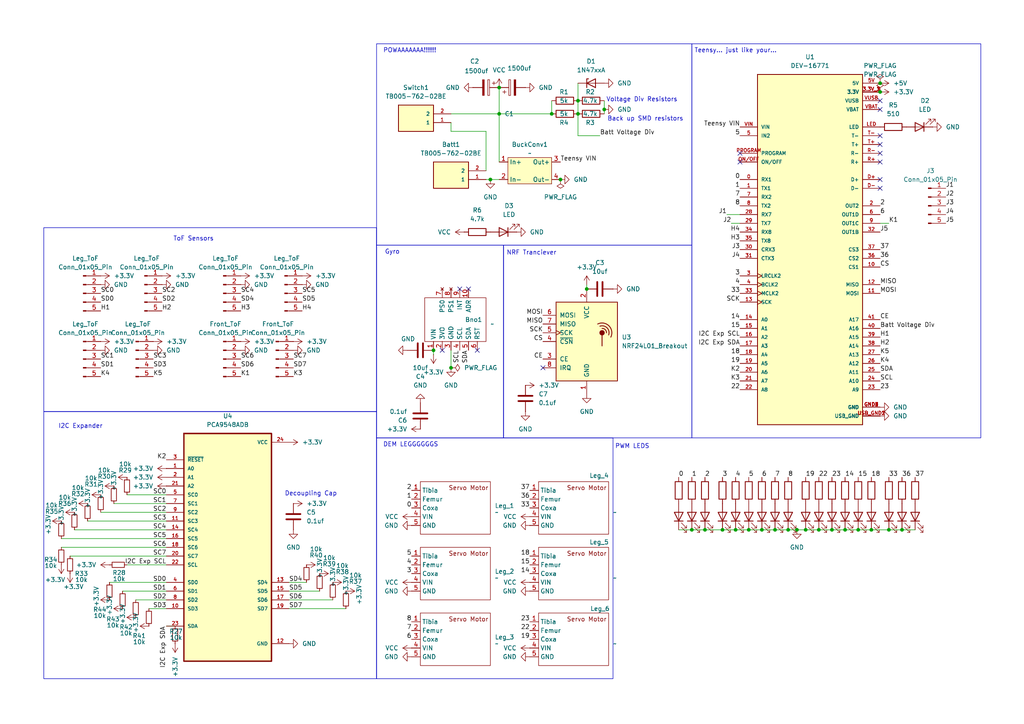
<source format=kicad_sch>
(kicad_sch (version 20250114) (generator "eeschema") (generator_version "9.0")
  (paper "A4")
  (rectangle (start 109.22 71.12) (end 146.05 127))
  (rectangle (start 146.05 71.12) (end 200.66 127))
  (rectangle (start 200.66 12.7) (end 284.48 127))
  (rectangle (start 109.22 12.7) (end 200.66 71.12))
  (rectangle (start 109.22 127) (end 177.8 196.85))
  (text "NRF Tranciever" (at 154.178 73.406 0) (effects (font (size 1.27 1.27))))
  (text "DEM LEGGGGGGS" (at 119.126 129.032 0) (effects (font (size 1.27 1.27))))
  (text "PWM LEDS" (at 183.388 129.54 0) (effects (font (size 1.27 1.27))))
  (text "Gyro" (at 113.792 73.152 0) (effects (font (size 1.27 1.27))))
  (text "Teensy... just like your..." (at 213.36 14.732 0) (effects (font (size 1.27 1.27))))
  (text "Voltage Div Resistors" (at 186.182 28.956 0) (effects (font (size 1.27 1.27))))
  (text "Decoupling Cap" (at 90.17 143.256 0) (effects (font (size 1.27 1.27))))
  (text "I2C Expander" (at 23.368 123.698 0) (effects (font (size 1.27 1.27))))
  (text "ToF Sensors" (at 56.134 69.342 0) (effects (font (size 1.27 1.27))))
  (text "Back up SMD resistors" (at 187.198 34.544 0) (effects (font (size 1.27 1.27))))
  (text "POWAAAAAAA!!!!!!" (at 118.872 14.732 0) (effects (font (size 1.27 1.27))))
  (text_box "" (at 12.7 66.04 0) (size 96.52 53.34) (margins 0.9525 0.9525 0.9525 0.9525) (effects (font (size 1.27 1.27)) (justify left top)))
  (text_box "" (at 12.7 119.38 0) (size 96.52 77.47) (margins 0.9525 0.9525 0.9525 0.9525) (effects (font (size 1.27 1.27)) (justify left top)))
  (junction (at 231.14 153.67))
  (junction (at 255.27 24.13))
  (junction (at 142.24 52.07))
  (junction (at 217.17 153.67))
  (junction (at 162.56 52.07))
  (junction (at 252.73 153.67))
  (junction (at 167.64 29.21))
  (junction (at 144.78 33.02))
  (junction (at 228.6 153.67))
  (junction (at 213.36 153.67))
  (junction (at 237.49 153.67))
  (junction (at 200.66 153.67))
  (junction (at 167.64 33.02))
  (junction (at 245.11 153.67))
  (junction (at 209.55 153.67))
  (junction (at 241.3 153.67))
  (junction (at 144.78 25.4))
  (junction (at 257.81 153.67))
  (junction (at 160.02 33.02))
  (junction (at 248.92 153.67))
  (junction (at 224.79 153.67))
  (junction (at 261.62 153.67))
  (junction (at 220.98 153.67))
  (junction (at 125.73 101.6))
  (junction (at 170.18 83.82))
  (junction (at 175.26 31.75))
  (junction (at 130.81 106.68))
  (junction (at 255.27 26.67))
  (junction (at 233.68 153.67))
  (junction (at 204.47 153.67))
  (no_connect (at 255.27 46.99))
  (no_connect (at 135.89 83.82))
  (no_connect (at 255.27 31.75))
  (no_connect (at 255.27 39.37))
  (no_connect (at 214.63 44.45))
  (no_connect (at 157.48 106.68))
  (no_connect (at 255.27 41.91))
  (no_connect (at 128.27 101.6))
  (no_connect (at 214.63 46.99))
  (no_connect (at 255.27 29.21))
  (no_connect (at 255.27 44.45))
  (no_connect (at 138.43 101.6))
  (no_connect (at 255.27 54.61))
  (no_connect (at 133.35 83.82))
  (no_connect (at 255.27 52.07))
  (wire (pts (xy 265.43 153.67) (xy 261.62 153.67)))
  (wire (pts (xy 144.78 33.02) (xy 144.78 46.99)))
  (wire (pts (xy 144.78 33.02) (xy 160.02 33.02)))
  (wire (pts (xy 233.68 153.67) (xy 231.14 153.67)))
  (wire (pts (xy 212.09 64.77) (xy 214.63 64.77)))
  (wire (pts (xy 17.78 156.21) (xy 48.26 156.21)))
  (wire (pts (xy 228.6 153.67) (xy 224.79 153.67)))
  (wire (pts (xy 167.64 29.21) (xy 167.64 33.02)))
  (wire (pts (xy 140.97 38.1) (xy 140.97 49.53)))
  (wire (pts (xy 36.83 143.51) (xy 48.26 143.51)))
  (wire (pts (xy 17.78 158.75) (xy 48.26 158.75)))
  (wire (pts (xy 170.18 82.55) (xy 170.18 83.82)))
  (wire (pts (xy 241.3 153.67) (xy 237.49 153.67)))
  (wire (pts (xy 142.24 52.07) (xy 144.78 52.07)))
  (wire (pts (xy 248.92 153.67) (xy 245.11 153.67)))
  (wire (pts (xy 213.36 153.67) (xy 209.55 153.67)))
  (wire (pts (xy 36.83 163.83) (xy 48.26 163.83)))
  (wire (pts (xy 29.21 148.59) (xy 48.26 148.59)))
  (wire (pts (xy 20.32 161.29) (xy 48.26 161.29)))
  (wire (pts (xy 209.55 153.67) (xy 204.47 153.67)))
  (wire (pts (xy 200.66 153.67) (xy 196.85 153.67)))
  (wire (pts (xy 252.73 153.67) (xy 248.92 153.67)))
  (wire (pts (xy 31.75 168.91) (xy 48.26 168.91)))
  (wire (pts (xy 261.62 153.67) (xy 257.81 153.67)))
  (wire (pts (xy 83.82 168.91) (xy 88.9 168.91)))
  (wire (pts (xy 175.26 31.75) (xy 175.26 33.02)))
  (wire (pts (xy 130.81 33.02) (xy 144.78 33.02)))
  (wire (pts (xy 125.73 102.87) (xy 125.73 101.6)))
  (wire (pts (xy 35.56 171.45) (xy 48.26 171.45)))
  (wire (pts (xy 245.11 153.67) (xy 241.3 153.67)))
  (wire (pts (xy 83.82 176.53) (xy 100.33 176.53)))
  (wire (pts (xy 33.02 146.05) (xy 48.26 146.05)))
  (wire (pts (xy 204.47 153.67) (xy 200.66 153.67)))
  (wire (pts (xy 21.59 153.67) (xy 48.26 153.67)))
  (wire (pts (xy 140.97 52.07) (xy 142.24 52.07)))
  (wire (pts (xy 210.82 62.23) (xy 214.63 62.23)))
  (wire (pts (xy 167.64 39.37) (xy 173.99 39.37)))
  (wire (pts (xy 220.98 153.67) (xy 217.17 153.67)))
  (wire (pts (xy 43.18 176.53) (xy 48.26 176.53)))
  (wire (pts (xy 167.64 33.02) (xy 167.64 39.37)))
  (wire (pts (xy 130.81 38.1) (xy 140.97 38.1)))
  (wire (pts (xy 83.82 171.45) (xy 92.71 171.45)))
  (wire (pts (xy 175.26 29.21) (xy 175.26 31.75)))
  (wire (pts (xy 257.81 64.77) (xy 255.27 64.77)))
  (wire (pts (xy 83.82 173.99) (xy 96.52 173.99)))
  (wire (pts (xy 50.8 181.61) (xy 48.26 181.61)))
  (wire (pts (xy 257.81 153.67) (xy 252.73 153.67)))
  (wire (pts (xy 130.81 106.68) (xy 130.81 101.6)))
  (wire (pts (xy 25.4 151.13) (xy 48.26 151.13)))
  (wire (pts (xy 144.78 25.4) (xy 144.78 33.02)))
  (wire (pts (xy 224.79 153.67) (xy 220.98 153.67)))
  (wire (pts (xy 160.02 29.21) (xy 160.02 33.02)))
  (wire (pts (xy 237.49 153.67) (xy 233.68 153.67)))
  (wire (pts (xy 231.14 153.67) (xy 228.6 153.67)))
  (wire (pts (xy 130.81 35.56) (xy 130.81 38.1)))
  (wire (pts (xy 39.37 173.99) (xy 48.26 173.99)))
  (wire (pts (xy 167.64 24.13) (xy 167.64 29.21)))
  (wire (pts (xy 217.17 153.67) (xy 213.36 153.67)))
  (label "SD6" (at 69.85 106.68 0))
  (label "6" (at 220.98 138.43 0))
  (label "K1" (at 257.81 64.77 0))
  (label "SD1" (at 48.26 171.45 180))
  (label "H4" (at 214.63 67.31 180))
  (label "36" (at 153.67 144.78 180))
  (label "K3" (at 214.63 110.49 180))
  (label "K4" (at 29.21 109.22 0))
  (label "J5" (at 274.32 64.77 0))
  (label "SC1" (at 29.21 104.14 0))
  (label "15" (at 214.63 95.25 180))
  (label "CS" (at 255.27 77.47 0))
  (label "J2" (at 212.09 64.77 180))
  (label "SC0" (at 48.26 143.51 180))
  (label "J2" (at 274.32 57.15 0))
  (label "Teensy VIN" (at 162.56 46.99 0))
  (label "1" (at 214.63 54.61 180))
  (label "SC5" (at 48.26 156.21 180))
  (label "SD5" (at 83.82 171.45 0))
  (label "14" (at 245.11 138.43 0))
  (label "SD4" (at 69.85 87.63 0))
  (label "SC7" (at 48.26 161.29 180))
  (label "5" (at 119.38 161.29 180))
  (label "J3" (at 214.63 72.39 180))
  (label "J4" (at 274.32 62.23 0))
  (label "CE" (at 255.27 92.71 0))
  (label "15" (at 153.67 163.83 180))
  (label "SD6" (at 83.82 173.99 0))
  (label "SD2" (at 48.26 173.99 180))
  (label "SC7" (at 85.09 104.14 0))
  (label "SC2" (at 48.26 148.59 180))
  (label "8" (at 119.38 180.34 180))
  (label "K5" (at 255.27 102.87 0))
  (label "SD7" (at 85.09 106.68 0))
  (label "J1" (at 274.32 54.61 0))
  (label "0" (at 119.38 147.32 180))
  (label "37" (at 255.27 72.39 0))
  (label "7" (at 224.79 138.43 0))
  (label "33" (at 214.63 85.09 180))
  (label "MOSI" (at 255.27 85.09 0))
  (label "22" (at 214.63 113.03 180))
  (label "SD3" (at 48.26 176.53 180))
  (label "MISO" (at 157.48 93.98 180))
  (label "J5" (at 255.27 67.31 0))
  (label "H2" (at 46.99 90.17 0))
  (label "3" (at 119.38 166.37 180))
  (label "4" (at 213.36 138.43 0))
  (label "H3" (at 214.63 69.85 180))
  (label "3" (at 209.55 138.43 0))
  (label "H1" (at 29.21 90.17 0))
  (label "18" (at 252.73 138.43 0))
  (label "18" (at 214.63 102.87 180))
  (label "SDA" (at 255.27 107.95 0))
  (label "H4" (at 87.63 90.17 0))
  (label "J1" (at 210.82 62.23 180))
  (label "19" (at 153.67 185.42 180))
  (label "Batt Voltage Div" (at 255.27 95.25 0))
  (label "CE" (at 157.48 104.14 180))
  (label "SC4" (at 69.85 85.09 0))
  (label "SC3" (at 44.45 104.14 0))
  (label "7" (at 214.63 57.15 180))
  (label "CS" (at 157.48 99.06 180))
  (label "SD4" (at 83.82 168.91 0))
  (label "36" (at 255.27 74.93 0))
  (label "0" (at 214.63 52.07 180))
  (label "8" (at 228.6 138.43 0))
  (label "14" (at 153.67 166.37 180))
  (label "SC4" (at 48.26 153.67 180))
  (label "2" (at 255.27 59.69 0))
  (label "H1" (at 255.27 97.79 0))
  (label "15" (at 248.92 138.43 0))
  (label "23" (at 241.3 138.43 0))
  (label "J3" (at 274.32 59.69 0))
  (label "2" (at 119.38 142.24 180))
  (label "SCL" (at 133.35 101.6 270))
  (label "SDA" (at 135.89 101.6 270))
  (label "SC3" (at 48.26 151.13 180))
  (label "SD5" (at 87.63 87.63 0))
  (label "K1" (at 69.85 109.22 0))
  (label "5" (at 217.17 138.43 0))
  (label "7" (at 119.38 182.88 180))
  (label "SC1" (at 48.26 146.05 180))
  (label "SCK" (at 214.63 87.63 180))
  (label "36" (at 261.62 138.43 0))
  (label "SD1" (at 29.21 106.68 0))
  (label "4" (at 119.38 163.83 180))
  (label "SC6" (at 48.26 158.75 180))
  (label "I2C Exp SCL" (at 214.63 97.79 180))
  (label "0" (at 196.85 138.43 0))
  (label "MISO" (at 255.27 82.55 0))
  (label "8" (at 214.63 59.69 180))
  (label "SC2" (at 46.99 85.09 0))
  (label "22" (at 153.67 182.88 180))
  (label "3" (at 214.63 80.01 180))
  (label "6" (at 119.38 185.42 180))
  (label "5" (at 214.63 39.37 180))
  (label "SD7" (at 83.82 176.53 0))
  (label "I2C Exp SDA" (at 214.63 100.33 180))
  (label "37" (at 265.43 138.43 0))
  (label "MOSI" (at 157.48 91.44 180))
  (label "I2C Exp SCL" (at 48.26 163.83 180))
  (label "K4" (at 255.27 105.41 0))
  (label "SC0" (at 29.21 85.09 0))
  (label "K2" (at 48.26 133.35 180))
  (label "Batt Voltage Div" (at 173.99 39.37 0))
  (label "37" (at 153.67 142.24 180))
  (label "33" (at 257.81 138.43 0))
  (label "33" (at 153.67 147.32 180))
  (label "SCK" (at 157.48 96.52 180))
  (label "22" (at 237.49 138.43 0))
  (label "H2" (at 255.27 100.33 0))
  (label "SC5" (at 87.63 85.09 0))
  (label "SCL" (at 255.27 110.49 0))
  (label "1" (at 119.38 144.78 180))
  (label "2" (at 204.47 138.43 0))
  (label "SD3" (at 44.45 106.68 0))
  (label "1" (at 200.66 138.43 0))
  (label "K3" (at 85.09 109.22 0))
  (label "19" (at 233.68 138.43 0))
  (label "23" (at 153.67 180.34 180))
  (label "SD0" (at 29.21 87.63 0))
  (label "H3" (at 69.85 90.17 0))
  (label "SD0" (at 48.26 168.91 180))
  (label "23" (at 255.27 113.03 0))
  (label "18" (at 153.67 161.29 180))
  (label "I2C Exp SDA" (at 48.26 181.61 270))
  (label "K2" (at 214.63 107.95 180))
  (label "14" (at 214.63 92.71 180))
  (label "Teensy VIN" (at 214.63 36.83 180))
  (label "19" (at 214.63 105.41 180))
  (label "6" (at 255.27 62.23 0))
  (label "SD2" (at 46.99 87.63 0))
  (label "J4" (at 214.63 74.93 180))
  (label "4" (at 214.63 82.55 180))
  (label "SC6" (at 69.85 104.14 0))
  (label "K5" (at 44.45 109.22 0))
  (symbol (lib_id "power:+3.3V") (at 48.26 138.43 90) (unit 1)
    (property "Reference" "#PWR056" (effects (hide yes)))
    (property "Value" "+3.3V" (at 44.45 138.4299 90) (effects (justify left)))
    (property "Description" "Power symbol creates a global label with name \"+3.3V\"" (effects (hide yes)))
  )
  (symbol (lib_id "power:+3.3V") (at 17.78 151.13 90) (unit 1)
    (property "Reference" "#PWR066" (effects (hide yes)))
    (property "Value" "+3.3V" (at 13.97 152.146 0))
    (property "Description" "Power symbol creates a global label with name \"+3.3V\"" (effects (hide yes)))
  )
  (symbol (lib_id "power:GND") (at 231.14 153.67 0) (unit 1)
    (property "Reference" "#PWR033" (effects (hide yes)))
    (property "Value" "GND" (at 231.14 158.75 0))
    (property "Description" "Power symbol creates a global label with name \"GND\" , ground" (effects (hide yes)))
  )
  (symbol (lib_id "power:GND") (at 170.18 114.3 0) (unit 1)
    (property "Reference" "#PWR09" (effects (hide yes)))
    (property "Value" "GND" (at 170.18 119.38 0))
    (property "Description" "Power symbol creates a global label with name \"GND\" , ground" (effects (hide yes)))
  )
  (symbol (lib_id "Device:R_Small") (at 25.4 148.59 0) (unit 1)
    (property "Reference" "R32" (at 22.606 143.256 0))
    (property "Value" "10k" (at 22.606 141.478 0))
    (property "Footprint" "Resistor_SMD:R_0805_2012Metric_Pad1.20x1.40mm_HandSolder" (effects (hide yes)))
    (property "Description" "Resistor, small symbol" (effects (hide yes)))
  )
  (symbol (lib_id "Device:C") (at 173.99 83.82 90) (unit 1)
    (property "Reference" "C3" (at 173.99 76.2 90))
    (property "Value" "10uf" (at 173.99 78.74 90))
    (property "Footprint" "Capacitor_SMD:C_0805_2012Metric_Pad1.18x1.45mm_HandSolder" (effects (hide yes)))
    (property "Description" "Unpolarized capacitor" (effects (hide yes)))
  )
  (symbol (lib_id "Device:LED") (at 228.6 149.86 90) (unit 1)
    (property "Reference" "D13" (effects (hide yes)))
    (property "Value" "LED" (effects (hide yes)))
    (property "Footprint" "LED_SMD:LED_0805_2012Metric_Pad1.15x1.40mm_HandSolder" (effects (hide yes)))
    (property "Description" "Light emitting diode" (effects (hide yes)))
    (property "Sim.Pins" "1=K 2=A" (effects (hide yes)))
  )
  (symbol (lib_id "Device:R") (at 228.6 142.24 180) (unit 1)
    (property "Reference" "R16" (effects (hide yes)))
    (property "Value" "510" (effects (hide yes)))
    (property "Footprint" "Resistor_SMD:R_0805_2012Metric_Pad1.20x1.40mm_HandSolder" (effects (hide yes)))
    (property "Description" "Resistor" (effects (hide yes)))
  )
  (symbol (lib_id "power:PWR_FLAG") (at 130.81 106.68 270) (unit 1)
    (property "Reference" "#FLG02" (effects (hide yes)))
    (property "Value" "PWR_FLAG" (at 134.62 106.6799 90) (effects (justify left)))
    (property "Description" "Special symbol for telling ERC where power comes from" (effects (hide yes)))
  )
  (symbol (lib_id "power:+3.3V") (at 100.33 171.45 270) (mirror x) (unit 1)
    (property "Reference" "#PWR068" (effects (hide yes)))
    (property "Value" "+3.3V" (at 104.14 172.466 0))
    (property "Description" "Power symbol creates a global label with name \"+3.3V\"" (effects (hide yes)))
  )
  (symbol (lib_id "power:GND") (at 177.8 83.82 90) (unit 1)
    (property "Reference" "#PWR020" (effects (hide yes)))
    (property "Value" "GND" (at 181.61 83.8199 90) (effects (justify right)))
    (property "Description" "Power symbol creates a global label with name \"GND\" , ground" (effects (hide yes)))
  )
  (symbol (lib_id "Device:R") (at 171.45 33.02 90) (unit 1)
    (property "Reference" "R3" (at 171.196 35.56 90))
    (property "Value" "4.7k" (at 171.196 33.02 90))
    (property "Footprint" "Resistor_SMD:R_0805_2012Metric_Pad1.20x1.40mm_HandSolder" (effects (hide yes)))
    (property "Description" "Resistor" (effects (hide yes)))
  )
  (symbol (lib_id "Device:R") (at 220.98 142.24 180) (unit 1)
    (property "Reference" "R18" (effects (hide yes)))
    (property "Value" "510" (effects (hide yes)))
    (property "Footprint" "Resistor_SMD:R_0805_2012Metric_Pad1.20x1.40mm_HandSolder" (effects (hide yes)))
    (property "Description" "Resistor" (effects (hide yes)))
  )
  (symbol (lib_id "TB005-762-02BE:TB005-762-02BE") (at 130.81 49.53 180) (unit 1)
    (property "Reference" "Batt1" (at 130.81 41.91 0))
    (property "Value" "TB005-762-02BE" (at 130.81 44.45 0))
    (property "Footprint" "Terminal 2 Pin:CUI_TB005-762-02BE" (effects (hide yes)))
    (property "MF" "Same Sky" (effects (hide yes)))
    (property "Description_1" "2~24 Poles, Screw Type, Horizontal, 7.62 Pitch, 26~10 (AWG), Terminal Block Connector" (effects (hide yes)))
    (property "Package" "None" (effects (hide yes)))
    (property "Price" "None" (effects (hide yes)))
    (property "Check_prices" "https://www.snapeda.com/parts/TB005-762-02BE/Same+Sky/view-part/?ref=eda" (effects (hide yes)))
    (property "STANDARD" "Manufacturer Recommendations" (effects (hide yes)))
    (property "SnapEDA_Link" "https://www.snapeda.com/parts/TB005-762-02BE/Same+Sky/view-part/?ref=snap" (effects (hide yes)))
    (property "MP" "TB005-762-02BE" (effects (hide yes)))
    (property "Availability" "In Stock" (effects (hide yes)))
    (property "MANUFACTURER" "CUI" (effects (hide yes)))
  )
  (symbol (lib_id "DEV-16771:DEV-16771") (at 234.95 72.39 0) (unit 1)
    (property "Reference" "U1" (at 234.95 16.51 0))
    (property "Value" "DEV-16771" (at 234.95 19.05 0))
    (property "Footprint" "TEENSY 4.1:MODULE_DEV-16771" (effects (hide yes)))
    (property "MF" "SparkFun Electronics" (effects (hide yes)))
    (property "MAXIMUM_PACKAGE_HEIGHT" "4.07mm" (effects (hide yes)))
    (property "Package" "None" (effects (hide yes)))
    (property "Price" "None" (effects (hide yes)))
    (property "Check_prices" "https://www.snapeda.com/parts/DEV-16771/SparkFun/view-part/?ref=eda" (effects (hide yes)))
    (property "STANDARD" "Manufacturer recommendations" (effects (hide yes)))
    (property "PARTREV" "4.1" (effects (hide yes)))
    (property "SnapEDA_Link" "https://www.snapeda.com/parts/DEV-16771/SparkFun/view-part/?ref=snap" (effects (hide yes)))
    (property "MP" "DEV-16771" (effects (hide yes)))
    (property "Description_1" "RT1062 Teensy 4.1 series ARM® Cortex®-M7 MPU Embedded Evaluation Board" (effects (hide yes)))
    (property "Availability" "In Stock" (effects (hide yes)))
    (property "MANUFACTURER" "SparkFun Electronics" (effects (hide yes)))
  )
  (symbol (lib_id "power:GND") (at 69.85 101.6 90) (unit 1)
    (property "Reference" "#PWR038" (effects (hide yes)))
    (property "Value" "GND" (at 73.66 101.5999 90) (effects (justify right)))
    (property "Description" "Power symbol creates a global label with name \"GND\" , ground" (effects (hide yes)))
  )
  (symbol (lib_id "power:GND") (at 152.4 25.4 90) (unit 1)
    (property "Reference" "#PWR018" (effects (hide yes)))
    (property "Value" "GND" (at 156.21 25.4001 90) (effects (justify right)))
    (property "Description" "Power symbol creates a global label with name \"GND\" , ground" (effects (hide yes)))
  )
  (symbol (lib_id "power:GND") (at 44.45 101.6 90) (unit 1)
    (property "Reference" "#PWR054" (effects (hide yes)))
    (property "Value" "GND" (at 48.26 101.5999 90) (effects (justify right)))
    (property "Description" "Power symbol creates a global label with name \"GND\" , ground" (effects (hide yes)))
  )
  (symbol (lib_id "power:GND") (at 85.09 153.67 0) (unit 1)
    (property "Reference" "#PWR042" (effects (hide yes)))
    (property "Value" "GND" (at 85.09 158.75 0))
    (property "Description" "Power symbol creates a global label with name \"GND\" , ground" (effects (hide yes)))
  )
  (symbol (lib_id "power:PWR_FLAG") (at 162.56 52.07 180) (unit 1)
    (property "Reference" "#FLG01" (effects (hide yes)))
    (property "Value" "PWR_FLAG" (at 162.56 57.15 0))
    (property "Description" "Special symbol for telling ERC where power comes from" (effects (hide yes)))
  )
  (symbol (lib_id "power:+3.3V") (at 48.26 135.89 90) (unit 1)
    (property "Reference" "#PWR041" (effects (hide yes)))
    (property "Value" "+3.3V" (at 44.45 135.8899 90) (effects (justify left)))
    (property "Description" "Power symbol creates a global label with name \"+3.3V\"" (effects (hide yes)))
  )
  (symbol (lib_id "Device:R") (at 217.17 142.24 180) (unit 1)
    (property "Reference" "R19" (effects (hide yes)))
    (property "Value" "510" (effects (hide yes)))
    (property "Footprint" "Resistor_SMD:R_0805_2012Metric_Pad1.20x1.40mm_HandSolder" (effects (hide yes)))
    (property "Description" "Resistor" (effects (hide yes)))
  )
  (symbol (lib_id "Device:R_Small") (at 17.78 153.67 0) (unit 1)
    (property "Reference" "R35" (at 14.986 148.336 0))
    (property "Value" "10k" (at 14.986 146.558 0))
    (property "Footprint" "Resistor_SMD:R_0805_2012Metric_Pad1.20x1.40mm_HandSolder" (effects (hide yes)))
    (property "Description" "Resistor, small symbol" (effects (hide yes)))
  )
  (symbol (lib_id "Device:R") (at 265.43 142.24 180) (unit 1)
    (property "Reference" "R7" (effects (hide yes)))
    (property "Value" "510" (effects (hide yes)))
    (property "Footprint" "Resistor_SMD:R_0805_2012Metric_Pad1.20x1.40mm_HandSolder" (effects (hide yes)))
    (property "Description" "Resistor" (effects (hide yes)))
  )
  (symbol (lib_id "Device:R_Small") (at 35.56 173.99 0) (mirror x) (unit 1)
    (property "Reference" "R43" (at 32.766 179.578 0))
    (property "Value" "10k" (at 32.766 181.356 0))
    (property "Footprint" "Resistor_SMD:R_0805_2012Metric_Pad1.20x1.40mm_HandSolder" (effects (hide yes)))
    (property "Description" "Resistor, small symbol" (effects (hide yes)))
  )
  (symbol (lib_id "Device:C_Polarized") (at 140.97 25.4 270) (unit 1)
    (property "Reference" "C2" (at 137.668 17.78 90))
    (property "Value" "1500uf" (at 138.176 20.574 90))
    (property "Footprint" "Capacitor_THT:CP_Radial_D10.0mm_P5.00mm" (effects (hide yes)))
    (property "Description" "Polarized capacitor" (effects (hide yes)))
  )
  (symbol (lib_id "power:+3.3V") (at 92.71 166.37 270) (mirror x) (unit 1)
    (property "Reference" "#PWR070" (effects (hide yes)))
    (property "Value" "+3.3V" (at 96.52 167.386 0))
    (property "Description" "Power symbol creates a global label with name \"+3.3V\"" (effects (hide yes)))
  )
  (symbol (lib_id "Device:LED") (at 196.85 149.86 90) (unit 1)
    (property "Reference" "D21" (effects (hide yes)))
    (property "Value" "LED" (effects (hide yes)))
    (property "Footprint" "LED_SMD:LED_0805_2012Metric_Pad1.15x1.40mm_HandSolder" (effects (hide yes)))
    (property "Description" "Light emitting diode" (effects (hide yes)))
    (property "Sim.Pins" "1=K 2=A" (effects (hide yes)))
  )
  (symbol (lib_id "power:VCC") (at 153.67 149.86 90) (unit 1)
    (property "Reference" "#PWR025" (effects (hide yes)))
    (property "Value" "VCC" (at 149.86 149.8599 90) (effects (justify left)))
    (property "Description" "Power symbol creates a global label with name \"VCC\"" (effects (hide yes)))
  )
  (symbol (lib_id "power:+3.3V") (at 33.02 140.97 90) (unit 1)
    (property "Reference" "#PWR061" (effects (hide yes)))
    (property "Value" "+3.3V" (at 29.21 141.986 0))
    (property "Description" "Power symbol creates a global label with name \"+3.3V\"" (effects (hide yes)))
  )
  (symbol (lib_id "power:GND") (at 83.82 186.69 90) (unit 1)
    (property "Reference" "#PWR034" (effects (hide yes)))
    (property "Value" "GND" (at 87.63 186.6899 90) (effects (justify right)))
    (property "Description" "Power symbol creates a global label with name \"GND\" , ground" (effects (hide yes)))
  )
  (symbol (lib_id "Motor:Leg_servo") (at 132.08 147.32 0) (unit 1)
    (property "Reference" "Leg_1" (at 143.51 146.6849 0) (effects (justify left)))
    (property "Value" "~" (at 143.51 148.59 0) (effects (justify left)))
    (property "Footprint" "Motors:Leg_Servo" (effects (hide yes)))
  )
  (symbol (lib_id "815:Bno055") (at 132.08 92.71 0) (unit 1)
    (property "Reference" "Bno1" (at 134.874 92.71 0) (effects (justify left)))
    (property "Value" "~" (at 142.24 93.98 0) (effects (justify left)))
    (property "Footprint" "815:BNO055" (effects (hide yes)))
  )
  (symbol (lib_id "power:GND") (at 175.26 24.13 90) (unit 1)
    (property "Reference" "#PWR029" (effects (hide yes)))
    (property "Value" "GND" (at 179.07 24.1299 90) (effects (justify right)))
    (property "Description" "Power symbol creates a global label with name \"GND\" , ground" (effects (hide yes)))
  )
  (symbol (lib_id "power:VCC") (at 119.38 149.86 90) (unit 1)
    (property "Reference" "#PWR022" (effects (hide yes)))
    (property "Value" "VCC" (at 115.57 149.8599 90) (effects (justify left)))
    (property "Description" "Power symbol creates a global label with name \"VCC\"" (effects (hide yes)))
  )
  (symbol (lib_id "Device:R_Small") (at 17.78 161.29 180) (unit 1)
    (property "Reference" "R34" (at 14.732 162.306 0))
    (property "Value" "10k" (at 14.732 164.084 0))
    (property "Footprint" "Resistor_SMD:R_0805_2012Metric_Pad1.20x1.40mm_HandSolder" (effects (hide yes)))
    (property "Description" "Resistor, small symbol" (effects (hide yes)))
  )
  (symbol (lib_id "power:+3.3V") (at 43.18 181.61 90) (mirror x) (unit 1)
    (property "Reference" "#PWR072" (effects (hide yes)))
    (property "Value" "+3.3V" (at 39.37 180.594 0))
    (property "Description" "Power symbol creates a global label with name \"+3.3V\"" (effects (hide yes)))
  )
  (symbol (lib_id "power:GND") (at 118.11 101.6 270) (unit 1)
    (property "Reference" "#PWR021" (effects (hide yes)))
    (property "Value" "GND" (at 120.396 98.298 90) (effects (justify right)))
    (property "Description" "Power symbol creates a global label with name \"GND\" , ground" (effects (hide yes)))
  )
  (symbol (lib_id "Diode:1N47xxA") (at 171.45 24.13 0) (unit 1)
    (property "Reference" "D1" (at 171.45 17.78 0))
    (property "Value" "1N47xxA" (at 171.45 20.32 0))
    (property "Footprint" "Diode_THT:D_DO-41_SOD81_P10.16mm_Horizontal" (effects (hide yes)))
    (property "Datasheet" "https://www.vishay.com/docs/85816/1n4728a.pdf" (effects (hide yes)))
    (property "Description" "1300mW Silicon planar power Zener diodes, DO-41" (effects (hide yes)))
  )
  (symbol (lib_id "Buck Converter 5v MP1584EN:Buck_Converter_5v_MP1584EN") (at 153.67 54.61 0) (unit 1)
    (property "Reference" "BuckConv1" (at 153.67 41.91 0))
    (property "Value" "~" (at 153.67 44.45 0))
    (property "Footprint" "Buck Converter 5V MP1584EN:Buck Converter 5V MP1584EN" (effects (hide yes)))
  )
  (symbol (lib_id "Device:R_Small") (at 50.8 184.15 0) (unit 1)
    (property "Reference" "R27" (at 51.054 183.134 0))
    (property "Value" "10k" (at 51.054 184.912 0))
    (property "Footprint" "Resistor_SMD:R_0805_2012Metric_Pad1.20x1.40mm_HandSolder" (effects (hide yes)))
    (property "Description" "Resistor, small symbol" (effects (hide yes)))
  )
  (symbol (lib_id "power:GND") (at 255.27 118.11 90) (unit 1)
    (property "Reference" "#PWR010" (effects (hide yes)))
    (property "Value" "GND" (at 259.08 118.1099 90) (effects (justify right)))
    (property "Description" "Power symbol creates a global label with name \"GND\" , ground" (effects (hide yes)))
  )
  (symbol (lib_id "Device:LED") (at 200.66 149.86 90) (unit 1)
    (property "Reference" "D20" (effects (hide yes)))
    (property "Value" "LED" (effects (hide yes)))
    (property "Footprint" "LED_SMD:LED_0805_2012Metric_Pad1.15x1.40mm_HandSolder" (effects (hide yes)))
    (property "Description" "Light emitting diode" (effects (hide yes)))
    (property "Sim.Pins" "1=K 2=A" (effects (hide yes)))
  )
  (symbol (lib_id "power:+3.3V") (at 96.52 168.91 270) (mirror x) (unit 1)
    (property "Reference" "#PWR069" (effects (hide yes)))
    (property "Value" "+3.3V" (at 100.33 169.926 0))
    (property "Description" "Power symbol creates a global label with name \"+3.3V\"" (effects (hide yes)))
  )
  (symbol (lib_id "power:GND") (at 121.92 116.84 180) (unit 1)
    (property "Reference" "#PWR045" (effects (hide yes)))
    (property "Value" "GND" (at 121.92 111.76 0))
    (property "Description" "Power symbol creates a global label with name \"GND\" , ground" (effects (hide yes)))
  )
  (symbol (lib_id "Device:R_Small") (at 100.33 173.99 0) (mirror y) (unit 1)
    (property "Reference" "R37" (at 103.124 168.656 0))
    (property "Value" "10k" (at 103.124 166.878 0))
    (property "Footprint" "Resistor_SMD:R_0805_2012Metric_Pad1.20x1.40mm_HandSolder" (effects (hide yes)))
    (property "Description" "Resistor, small symbol" (effects (hide yes)))
  )
  (symbol (lib_id "power:+3.3V") (at 25.4 146.05 90) (unit 1)
    (property "Reference" "#PWR063" (effects (hide yes)))
    (property "Value" "+3.3V" (at 21.59 147.066 0))
    (property "Description" "Power symbol creates a global label with name \"+3.3V\"" (effects (hide yes)))
  )
  (symbol (lib_id "power:PWR_FLAG") (at 255.27 24.13 0) (unit 1)
    (property "Reference" "#FLG03" (effects (hide yes)))
    (property "Value" "PWR_FLAG" (at 255.27 19.05 0))
    (property "Description" "Special symbol for telling ERC where power comes from" (effects (hide yes)))
  )
  (symbol (lib_id "Motor:Leg_servo") (at 166.37 185.42 0) (unit 1)
    (property "Reference" "Leg_6" (at 171.196 176.53 0) (effects (justify left)))
    (property "Value" "~" (at 177.8 186.69 0) (effects (justify left)))
    (property "Footprint" "Motors:Leg_Servo" (effects (hide yes)))
  )
  (symbol (lib_id "Device:R") (at 163.83 33.02 90) (unit 1)
    (property "Reference" "R4" (at 163.576 35.56 90))
    (property "Value" "5k" (at 163.576 33.02 90))
    (property "Footprint" "Resistor_SMD:R_0805_2012Metric_Pad1.20x1.40mm_HandSolder" (effects (hide yes)))
    (property "Description" "Resistor" (effects (hide yes)))
  )
  (symbol (lib_id "Device:LED") (at 217.17 149.86 90) (unit 1)
    (property "Reference" "D16" (effects (hide yes)))
    (property "Value" "LED" (effects (hide yes)))
    (property "Footprint" "LED_SMD:LED_0805_2012Metric_Pad1.15x1.40mm_HandSolder" (effects (hide yes)))
    (property "Description" "Light emitting diode" (effects (hide yes)))
    (property "Sim.Pins" "1=K 2=A" (effects (hide yes)))
  )
  (symbol (lib_id "Connector:Conn_01x05_Pin") (at 269.24 59.69 0) (unit 1)
    (property "Reference" "J3" (at 269.875 49.53 0))
    (property "Value" "Conn_01x05_Pin" (at 269.875 52.07 0))
    (property "Footprint" "Connector_PinHeader_2.54mm:PinHeader_1x05_P2.54mm_Vertical" (effects (hide yes)))
    (property "Description" "Generic connector, single row, 01x05, script generated" (effects (hide yes)))
  )
  (symbol (lib_id "Device:LED") (at 261.62 149.86 90) (unit 1)
    (property "Reference" "D5" (effects (hide yes)))
    (property "Value" "LED" (effects (hide yes)))
    (property "Footprint" "LED_SMD:LED_0805_2012Metric_Pad1.15x1.40mm_HandSolder" (effects (hide yes)))
    (property "Description" "Light emitting diode" (effects (hide yes)))
    (property "Sim.Pins" "1=K 2=A" (effects (hide yes)))
  )
  (symbol (lib_id "Device:LED") (at 209.55 149.86 90) (unit 1)
    (property "Reference" "D18" (effects (hide yes)))
    (property "Value" "LED" (effects (hide yes)))
    (property "Footprint" "LED_SMD:LED_0805_2012Metric_Pad1.15x1.40mm_HandSolder" (effects (hide yes)))
    (property "Description" "Light emitting diode" (effects (hide yes)))
    (property "Sim.Pins" "1=K 2=A" (effects (hide yes)))
  )
  (symbol (lib_id "RF:NRF24L01_Breakout") (at 170.18 99.06 0) (unit 1)
    (property "Reference" "U3" (at 180.34 97.7899 0) (effects (justify left)))
    (property "Value" "NRF24L01_Breakout" (at 180.34 100.3299 0) (effects (justify left)))
    (property "Footprint" "RF_Module:nRF24L01_Breakout" (effects (hide yes)))
    (property "Datasheet" "http://www.nordicsemi.com/eng/content/download/2730/34105/file/nRF24L01_Product_Specification_v2_0.pdf" (effects (hide yes)))
    (property "Description" "Ultra low power 2.4GHz RF Transceiver, Carrier PCB" (effects (hide yes)))
  )
  (symbol (lib_id "Device:R_Small") (at 33.02 143.51 0) (unit 1)
    (property "Reference" "R30" (at 30.226 138.176 0))
    (property "Value" "10k" (at 30.226 136.398 0))
    (property "Footprint" "Resistor_SMD:R_0805_2012Metric_Pad1.20x1.40mm_HandSolder" (effects (hide yes)))
    (property "Description" "Resistor, small symbol" (effects (hide yes)))
  )
  (symbol (lib_id "power:GND") (at 142.24 52.07 0) (unit 1)
    (property "Reference" "#PWR012" (effects (hide yes)))
    (property "Value" "GND" (at 142.24 57.15 0))
    (property "Description" "Power symbol creates a global label with name \"GND\" , ground" (effects (hide yes)))
  )
  (symbol (lib_id "power:VCC") (at 144.78 25.4 0) (unit 1)
    (property "Reference" "#PWR019" (effects (hide yes)))
    (property "Value" "VCC" (at 144.78 20.32 0))
    (property "Description" "Power symbol creates a global label with name \"VCC\"" (effects (hide yes)))
  )
  (symbol (lib_id "power:+3.3V") (at 29.21 99.06 270) (unit 1)
    (property "Reference" "#PWR051" (effects (hide yes)))
    (property "Value" "+3.3V" (at 33.02 99.0599 90) (effects (justify left)))
    (property "Description" "Power symbol creates a global label with name \"+3.3V\"" (effects (hide yes)))
  )
  (symbol (lib_id "Connector:Conn_01x05_Pin") (at 64.77 85.09 0) (unit 1)
    (property "Reference" "Leg_ToF" (at 65.405 74.93 0))
    (property "Value" "Conn_01x05_Pin" (at 65.405 77.47 0))
    (property "Footprint" "Connector_PinHeader_2.54mm:PinHeader_1x05_P2.54mm_Vertical" (effects (hide yes)))
    (property "Description" "Generic connector, single row, 01x05, script generated" (effects (hide yes)))
  )
  (symbol (lib_id "power:GND") (at 85.09 101.6 90) (unit 1)
    (property "Reference" "#PWR076" (effects (hide yes)))
    (property "Value" "GND" (at 88.9 101.5999 90) (effects (justify right)))
    (property "Description" "Power symbol creates a global label with name \"GND\" , ground" (effects (hide yes)))
  )
  (symbol (lib_id "power:GND") (at 162.56 52.07 90) (unit 1)
    (property "Reference" "#PWR07" (effects (hide yes)))
    (property "Value" "GND" (at 166.37 52.0699 90) (effects (justify right)))
    (property "Description" "Power symbol creates a global label with name \"GND\" , ground" (effects (hide yes)))
  )
  (symbol (lib_id "Device:R") (at 138.43 67.31 270) (unit 1)
    (property "Reference" "R6" (at 138.43 60.96 90))
    (property "Value" "4.7k" (at 138.43 63.5 90))
    (property "Footprint" "Resistor_THT:R_Axial_DIN0207_L6.3mm_D2.5mm_P10.16mm_Horizontal" (effects (hide yes)))
    (property "Description" "Resistor" (effects (hide yes)))
  )
  (symbol (lib_id "Device:R") (at 237.49 142.24 180) (unit 1)
    (property "Reference" "R14" (effects (hide yes)))
    (property "Value" "510" (effects (hide yes)))
    (property "Footprint" "Resistor_SMD:R_0805_2012Metric_Pad1.20x1.40mm_HandSolder" (effects (hide yes)))
    (property "Description" "Resistor" (effects (hide yes)))
  )
  (symbol (lib_id "Device:R_Small") (at 29.21 146.05 0) (unit 1)
    (property "Reference" "R31" (at 26.416 140.462 0))
    (property "Value" "10k" (at 26.416 138.684 0))
    (property "Footprint" "Resistor_SMD:R_0805_2012Metric_Pad1.20x1.40mm_HandSolder" (effects (hide yes)))
    (property "Description" "Resistor, small symbol" (effects (hide yes)))
  )
  (symbol (lib_id "power:GND") (at 29.21 82.55 90) (unit 1)
    (property "Reference" "#PWR052" (effects (hide yes)))
    (property "Value" "GND" (at 33.02 82.5499 90) (effects (justify right)))
    (property "Description" "Power symbol creates a global label with name \"GND\" , ground" (effects (hide yes)))
  )
  (symbol (lib_id "power:+3.3V") (at 20.32 166.37 180) (unit 1)
    (property "Reference" "#PWR064" (effects (hide yes)))
    (property "Value" "+3.3V" (at 21.336 170.18 0))
    (property "Description" "Power symbol creates a global label with name \"+3.3V\"" (effects (hide yes)))
  )
  (symbol (lib_id "Device:R_Small") (at 39.37 176.53 0) (mirror x) (unit 1)
    (property "Reference" "R42" (at 36.576 181.864 0))
    (property "Value" "10k" (at 36.576 183.642 0))
    (property "Footprint" "Resistor_SMD:R_0805_2012Metric_Pad1.20x1.40mm_HandSolder" (effects (hide yes)))
    (property "Description" "Resistor, small symbol" (effects (hide yes)))
  )
  (symbol (lib_id "Device:R") (at 257.81 142.24 180) (unit 1)
    (property "Reference" "R9" (effects (hide yes)))
    (property "Value" "510" (effects (hide yes)))
    (property "Footprint" "Resistor_SMD:R_0805_2012Metric_Pad1.20x1.40mm_HandSolder" (effects (hide yes)))
    (property "Description" "Resistor" (effects (hide yes)))
  )
  (symbol (lib_id "power:GND") (at 175.26 31.75 90) (unit 1)
    (property "Reference" "#PWR028" (effects (hide yes)))
    (property "Value" "GND" (at 179.07 31.7499 90) (effects (justify right)))
    (property "Description" "Power symbol creates a global label with name \"GND\" , ground" (effects (hide yes)))
  )
  (symbol (lib_id "Device:R") (at 252.73 142.24 180) (unit 1)
    (property "Reference" "R10" (effects (hide yes)))
    (property "Value" "510" (effects (hide yes)))
    (property "Footprint" "Resistor_SMD:R_0805_2012Metric_Pad1.20x1.40mm_HandSolder" (effects (hide yes)))
    (property "Description" "Resistor" (effects (hide yes)))
  )
  (symbol (lib_id "Device:C") (at 152.4 115.57 0) (unit 1)
    (property "Reference" "C7" (at 156.21 114.2999 0) (effects (justify left)))
    (property "Value" "0.1uf" (at 156.21 116.8399 0) (effects (justify left)))
    (property "Footprint" "Capacitor_SMD:C_0603_1608Metric_Pad1.08x0.95mm_HandSolder" (effects (hide yes)))
    (property "Description" "Unpolarized capacitor" (effects (hide yes)))
  )
  (symbol (lib_id "power:+3.3V") (at 48.26 140.97 90) (unit 1)
    (property "Reference" "#PWR057" (effects (hide yes)))
    (property "Value" "+3.3V" (at 44.45 140.9699 90) (effects (justify left)))
    (property "Description" "Power symbol creates a global label with name \"+3.3V\"" (effects (hide yes)))
  )
  (symbol (lib_id "power:+3.3V") (at 35.56 176.53 90) (mirror x) (unit 1)
    (property "Reference" "#PWR074" (effects (hide yes)))
    (property "Value" "+3.3V" (at 31.75 175.514 0))
    (property "Description" "Power symbol creates a global label with name \"+3.3V\"" (effects (hide yes)))
  )
  (symbol (lib_id "power:+3.3V") (at 121.92 124.46 90) (unit 1)
    (property "Reference" "#PWR044" (effects (hide yes)))
    (property "Value" "+3.3V" (at 118.11 124.4601 90) (effects (justify left)))
    (property "Description" "Power symbol creates a global label with name \"+3.3V\"" (effects (hide yes)))
  )
  (symbol (lib_id "Device:C") (at 85.09 149.86 0) (unit 1)
    (property "Reference" "C5" (at 88.9 148.5899 0) (effects (justify left)))
    (property "Value" "0.1uf" (at 88.9 151.1299 0) (effects (justify left)))
    (property "Footprint" "Capacitor_SMD:C_0603_1608Metric_Pad1.08x0.95mm_HandSolder" (effects (hide yes)))
    (property "Description" "Unpolarized capacitor" (effects (hide yes)))
  )
  (symbol (lib_id "Device:R") (at 204.47 142.24 180) (unit 1)
    (property "Reference" "R22" (effects (hide yes)))
    (property "Value" "510" (effects (hide yes)))
    (property "Footprint" "Resistor_SMD:R_0805_2012Metric_Pad1.20x1.40mm_HandSolder" (effects (hide yes)))
    (property "Description" "Resistor" (effects (hide yes)))
  )
  (symbol (lib_id "power:GND") (at 130.81 106.68 0) (unit 1)
    (property "Reference" "#PWR08" (effects (hide yes)))
    (property "Value" "GND" (at 130.81 111.76 0))
    (property "Description" "Power symbol creates a global label with name \"GND\" , ground" (effects (hide yes)))
  )
  (symbol (lib_id "Device:C") (at 121.92 101.6 270) (unit 1)
    (property "Reference" "C4" (at 121.92 109.22 90))
    (property "Value" "10uf" (at 121.92 106.68 90))
    (property "Footprint" "Capacitor_SMD:C_0805_2012Metric_Pad1.18x1.45mm_HandSolder" (effects (hide yes)))
    (property "Description" "Unpolarized capacitor" (effects (hide yes)))
  )
  (symbol (lib_id "Device:R_Small") (at 31.75 171.45 0) (mirror x) (unit 1)
    (property "Reference" "R44" (at 28.956 176.784 0))
    (property "Value" "10k" (at 28.956 178.562 0))
    (property "Footprint" "Resistor_SMD:R_0805_2012Metric_Pad1.20x1.40mm_HandSolder" (effects (hide yes)))
    (property "Description" "Resistor, small symbol" (effects (hide yes)))
  )
  (symbol (lib_id "power:VCC") (at 119.38 187.96 90) (unit 1)
    (property "Reference" "#PWR024" (effects (hide yes)))
    (property "Value" "VCC" (at 115.57 187.9599 90) (effects (justify left)))
    (property "Description" "Power symbol creates a global label with name \"VCC\"" (effects (hide yes)))
  )
  (symbol (lib_id "power:+3.3V") (at 39.37 179.07 90) (mirror x) (unit 1)
    (property "Reference" "#PWR073" (effects (hide yes)))
    (property "Value" "+3.3V" (at 35.56 178.054 0))
    (property "Description" "Power symbol creates a global label with name \"+3.3V\"" (effects (hide yes)))
  )
  (symbol (lib_id "power:GND") (at 153.67 152.4 270) (unit 1)
    (property "Reference" "#PWR04" (effects (hide yes)))
    (property "Value" "GND" (at 149.86 152.3999 90) (effects (justify right)))
    (property "Description" "Power symbol creates a global label with name \"GND\" , ground" (effects (hide yes)))
  )
  (symbol (lib_id "PCA9548ADB:PCA9548ADB") (at 66.04 158.75 0) (unit 1)
    (property "Reference" "U4" (at 66.04 120.65 0))
    (property "Value" "PCA9548ADB" (at 66.04 123.19 0))
    (property "Footprint" "PCA9548ADB:SOP65P780X200-24N" (effects (hide yes)))
  )
  (symbol (lib_id "power:GND") (at 255.27 120.65 90) (unit 1)
    (property "Reference" "#PWR011" (effects (hide yes)))
    (property "Value" "GND" (at 259.08 120.6499 90) (effects (justify right)))
    (property "Description" "Power symbol creates a global label with name \"GND\" , ground" (effects (hide yes)))
  )
  (symbol (lib_id "Device:R") (at 261.62 142.24 180) (unit 1)
    (property "Reference" "R8" (effects (hide yes)))
    (property "Value" "510" (effects (hide yes)))
    (property "Footprint" "Resistor_SMD:R_0805_2012Metric_Pad1.20x1.40mm_HandSolder" (effects (hide yes)))
    (property "Description" "Resistor" (effects (hide yes)))
  )
  (symbol (lib_id "power:+3.3V") (at 44.45 99.06 270) (unit 1)
    (property "Reference" "#PWR050" (effects (hide yes)))
    (property "Value" "+3.3V" (at 48.26 99.0599 90) (effects (justify left)))
    (property "Description" "Power symbol creates a global label with name \"+3.3V\"" (effects (hide yes)))
  )
  (symbol (lib_id "Device:R") (at 259.08 36.83 270) (unit 1)
    (property "Reference" "R5" (at 259.08 30.48 90))
    (property "Value" "510" (at 259.08 33.02 90))
    (property "Footprint" "Resistor_SMD:R_0805_2012Metric_Pad1.20x1.40mm_HandSolder" (effects (hide yes)))
    (property "Description" "Resistor" (effects (hide yes)))
  )
  (symbol (lib_id "power:VCC") (at 134.62 67.31 90) (unit 1)
    (property "Reference" "#PWR032" (effects (hide yes)))
    (property "Value" "VCC" (at 130.81 67.3099 90) (effects (justify left)))
    (property "Description" "Power symbol creates a global label with name \"VCC\"" (effects (hide yes)))
  )
  (symbol (lib_id "power:+3.3V") (at 152.4 111.76 270) (unit 1)
    (property "Reference" "#PWR046" (effects (hide yes)))
    (property "Value" "+3.3V" (at 156.21 111.7599 90) (effects (justify left)))
    (property "Description" "Power symbol creates a global label with name \"+3.3V\"" (effects (hide yes)))
  )
  (symbol (lib_id "power:GND") (at 46.99 82.55 90) (unit 1)
    (property "Reference" "#PWR053" (effects (hide yes)))
    (property "Value" "GND" (at 50.8 82.5499 90) (effects (justify right)))
    (property "Description" "Power symbol creates a global label with name \"GND\" , ground" (effects (hide yes)))
  )
  (symbol (lib_id "power:GND") (at 153.67 171.45 270) (unit 1)
    (property "Reference" "#PWR05" (effects (hide yes)))
    (property "Value" "GND" (at 149.86 171.4499 90) (effects (justify right)))
    (property "Description" "Power symbol creates a global label with name \"GND\" , ground" (effects (hide yes)))
  )
  (symbol (lib_id "power:+3.3V") (at 21.59 148.59 90) (unit 1)
    (property "Reference" "#PWR067" (effects (hide yes)))
    (property "Value" "+3.3V" (at 17.78 149.606 0))
    (property "Description" "Power symbol creates a global label with name \"+3.3V\"" (effects (hide yes)))
  )
  (symbol (lib_id "power:+3.3V") (at 29.21 143.51 90) (unit 1)
    (property "Reference" "#PWR062" (effects (hide yes)))
    (property "Value" "+3.3V" (at 25.4 144.526 0))
    (property "Description" "Power symbol creates a global label with name \"+3.3V\"" (effects (hide yes)))
  )
  (symbol (lib_id "Motor:Leg_servo") (at 166.37 166.37 0) (unit 1)
    (property "Reference" "Leg_5" (at 170.942 157.226 0) (effects (justify left)))
    (property "Value" "~" (at 177.8 167.64 0) (effects (justify left)))
    (property "Footprint" "Motors:Leg_Servo" (effects (hide yes)))
  )
  (symbol (lib_id "power:+3.3V") (at 85.09 99.06 270) (unit 1)
    (property "Reference" "#PWR039" (effects (hide yes)))
    (property "Value" "+3.3V" (at 88.9 99.0599 90) (effects (justify left)))
    (property "Description" "Power symbol creates a global label with name \"+3.3V\"" (effects (hide yes)))
  )
  (symbol (lib_id "power:GND") (at 69.85 82.55 90) (unit 1)
    (property "Reference" "#PWR036" (effects (hide yes)))
    (property "Value" "GND" (at 73.66 82.5499 90) (effects (justify right)))
    (property "Description" "Power symbol creates a global label with name \"GND\" , ground" (effects (hide yes)))
  )
  (symbol (lib_id "power:GND") (at 87.63 82.55 90) (unit 1)
    (property "Reference" "#PWR078" (effects (hide yes)))
    (property "Value" "GND" (at 91.44 82.5499 90) (effects (justify right)))
    (property "Description" "Power symbol creates a global label with name \"GND\" , ground" (effects (hide yes)))
  )
  (symbol (lib_id "Device:R") (at 163.83 29.21 270) (unit 1)
    (property "Reference" "R1" (at 163.576 26.67 90))
    (property "Value" "5k" (at 163.576 29.21 90))
    (property "Footprint" "Resistor_THT:R_Axial_DIN0207_L6.3mm_D2.5mm_P10.16mm_Horizontal" (effects (hide yes)))
    (property "Description" "Resistor" (effects (hide yes)))
  )
  (symbol (lib_id "power:VCC") (at 119.38 168.91 90) (unit 1)
    (property "Reference" "#PWR023" (effects (hide yes)))
    (property "Value" "VCC" (at 115.57 168.9099 90) (effects (justify left)))
    (property "Description" "Power symbol creates a global label with name \"VCC\"" (effects (hide yes)))
  )
  (symbol (lib_id "power:+3.3V") (at 46.99 80.01 270) (unit 1)
    (property "Reference" "#PWR049" (effects (hide yes)))
    (property "Value" "+3.3V" (at 50.8 80.0099 90) (effects (justify left)))
    (property "Description" "Power symbol creates a global label with name \"+3.3V\"" (effects (hide yes)))
  )
  (symbol (lib_id "Device:R") (at 248.92 142.24 180) (unit 1)
    (property "Reference" "R11" (effects (hide yes)))
    (property "Value" "510" (effects (hide yes)))
    (property "Footprint" "Resistor_SMD:R_0805_2012Metric_Pad1.20x1.40mm_HandSolder" (effects (hide yes)))
    (property "Description" "Resistor" (effects (hide yes)))
  )
  (symbol (lib_id "power:GND") (at 149.86 67.31 90) (unit 1)
    (property "Reference" "#PWR031" (effects (hide yes)))
    (property "Value" "GND" (at 153.67 67.3099 90) (effects (justify right)))
    (property "Description" "Power symbol creates a global label with name \"GND\" , ground" (effects (hide yes)))
  )
  (symbol (lib_id "power:VCC") (at 153.67 168.91 90) (unit 1)
    (property "Reference" "#PWR026" (effects (hide yes)))
    (property "Value" "VCC" (at 149.86 168.9099 90) (effects (justify left)))
    (property "Description" "Power symbol creates a global label with name \"VCC\"" (effects (hide yes)))
  )
  (symbol (lib_id "power:GND") (at 29.21 101.6 90) (unit 1)
    (property "Reference" "#PWR055" (effects (hide yes)))
    (property "Value" "GND" (at 33.02 101.5999 90) (effects (justify right)))
    (property "Description" "Power symbol creates a global label with name \"GND\" , ground" (effects (hide yes)))
  )
  (symbol (lib_id "power:+3.3V") (at 31.75 163.83 90) (unit 1)
    (property "Reference" "#PWR058" (effects (hide yes)))
    (property "Value" "+3.3V" (at 27.94 163.8301 90) (effects (justify left)))
    (property "Description" "Power symbol creates a global label with name \"+3.3V\"" (effects (hide yes)))
  )
  (symbol (lib_id "power:+3.3V") (at 255.27 26.67 270) (unit 1)
    (property "Reference" "#PWR014" (effects (hide yes)))
    (property "Value" "+3.3V" (at 259.08 26.6699 90) (effects (justify left)))
    (property "Description" "Power symbol creates a global label with name \"+3.3V\"" (effects (hide yes)))
  )
  (symbol (lib_id "Device:LED") (at 248.92 149.86 90) (unit 1)
    (property "Reference" "D8" (effects (hide yes)))
    (property "Value" "LED" (effects (hide yes)))
    (property "Footprint" "LED_SMD:LED_0805_2012Metric_Pad1.15x1.40mm_HandSolder" (effects (hide yes)))
    (property "Description" "Light emitting diode" (effects (hide yes)))
    (property "Sim.Pins" "1=K 2=A" (effects (hide yes)))
  )
  (symbol (lib_id "power:GND") (at 270.51 36.83 90) (unit 1)
    (property "Reference" "#PWR030" (effects (hide yes)))
    (property "Value" "GND" (at 274.32 36.8299 90) (effects (justify right)))
    (property "Description" "Power symbol creates a global label with name \"GND\" , ground" (effects (hide yes)))
  )
  (symbol (lib_id "Connector:Conn_01x05_Pin") (at 39.37 104.14 0) (unit 1)
    (property "Reference" "Leg_ToF" (at 40.005 93.98 0))
    (property "Value" "Conn_01x05_Pin" (at 40.005 96.52 0))
    (property "Footprint" "Connector_PinHeader_2.54mm:PinHeader_1x05_P2.54mm_Vertical" (effects (hide yes)))
    (property "Description" "Generic connector, single row, 01x05, script generated" (effects (hide yes)))
  )
  (symbol (lib_id "power:+3.3V") (at 170.18 82.55 0) (unit 1)
    (property "Reference" "#PWR016" (effects (hide yes)))
    (property "Value" "+3.3V" (at 170.18 77.47 0))
    (property "Description" "Power symbol creates a global label with name \"+3.3V\"" (effects (hide yes)))
  )
  (symbol (lib_id "power:+3.3V") (at 87.63 80.01 270) (unit 1)
    (property "Reference" "#PWR077" (effects (hide yes)))
    (property "Value" "+3.3V" (at 91.44 80.0099 90) (effects (justify left)))
    (property "Description" "Power symbol creates a global label with name \"+3.3V\"" (effects (hide yes)))
  )
  (symbol (lib_id "Connector:Conn_01x05_Pin") (at 41.91 85.09 0) (unit 1)
    (property "Reference" "Leg_ToF" (at 42.545 74.93 0))
    (property "Value" "Conn_01x05_Pin" (at 42.545 77.47 0))
    (property "Footprint" "Connector_PinHeader_2.54mm:PinHeader_1x05_P2.54mm_Vertical" (effects (hide yes)))
    (property "Description" "Generic connector, single row, 01x05, script generated" (effects (hide yes)))
  )
  (symbol (lib_id "power:GND") (at 137.16 25.4 270) (unit 1)
    (property "Reference" "#PWR017" (effects (hide yes)))
    (property "Value" "GND" (at 133.35 25.3999 90) (effects (justify right)))
    (property "Description" "Power symbol creates a global label with name \"GND\" , ground" (effects (hide yes)))
  )
  (symbol (lib_id "Connector:Conn_01x05_Pin") (at 80.01 104.14 0) (unit 1)
    (property "Reference" "Front_ToF" (at 80.645 93.98 0))
    (property "Value" "Conn_01x05_Pin" (at 80.645 96.52 0))
    (property "Footprint" "Connector_PinHeader_2.54mm:PinHeader_1x05_P2.54mm_Vertical" (effects (hide yes)))
    (property "Description" "Generic connector, single row, 01x05, script generated" (effects (hide yes)))
  )
  (symbol (lib_id "power:+3.3V") (at 83.82 128.27 270) (unit 1)
    (property "Reference" "#PWR060" (effects (hide yes)))
    (property "Value" "+3.3V" (at 87.63 128.2699 90) (effects (justify left)))
    (property "Description" "Power symbol creates a global label with name \"+3.3V\"" (effects (hide yes)))
  )
  (symbol (lib_id "Connector:Conn_01x05_Pin") (at 82.55 85.09 0) (unit 1)
    (property "Reference" "Leg_ToF" (at 83.185 74.93 0))
    (property "Value" "Conn_01x05_Pin" (at 83.185 77.47 0))
    (property "Footprint" "Connector_PinHeader_2.54mm:PinHeader_1x05_P2.54mm_Vertical" (effects (hide yes)))
    (property "Description" "Generic connector, single row, 01x05, script generated" (effects (hide yes)))
  )
  (symbol (lib_id "Device:LED") (at 224.79 149.86 90) (unit 1)
    (property "Reference" "D14" (effects (hide yes)))
    (property "Value" "LED" (effects (hide yes)))
    (property "Footprint" "LED_SMD:LED_0805_2012Metric_Pad1.15x1.40mm_HandSolder" (effects (hide yes)))
    (property "Description" "Light emitting diode" (effects (hide yes)))
    (property "Sim.Pins" "1=K 2=A" (effects (hide yes)))
  )
  (symbol (lib_id "Device:R") (at 171.45 29.21 270) (unit 1)
    (property "Reference" "R2" (at 171.196 26.67 90))
    (property "Value" "4.7k" (at 171.196 29.21 90))
    (property "Footprint" "Resistor_THT:R_Axial_DIN0207_L6.3mm_D2.5mm_P10.16mm_Horizontal" (effects (hide yes)))
    (property "Description" "Resistor" (effects (hide yes)))
  )
  (symbol (lib_id "Device:R_Small") (at 96.52 171.45 0) (mirror y) (unit 1)
    (property "Reference" "R38" (at 99.314 165.862 0))
    (property "Value" "10k" (at 99.314 164.084 0))
    (property "Footprint" "Resistor_SMD:R_0805_2012Metric_Pad1.20x1.40mm_HandSolder" (effects (hide yes)))
    (property "Description" "Resistor, small symbol" (effects (hide yes)))
  )
  (symbol (lib_id "Device:R_Small") (at 92.71 168.91 0) (mirror y) (unit 1)
    (property "Reference" "R39" (at 95.504 163.576 0))
    (property "Value" "10k" (at 95.504 161.798 0))
    (property "Footprint" "Resistor_SMD:R_0805_2012Metric_Pad1.20x1.40mm_HandSolder" (effects (hide yes)))
    (property "Description" "Resistor, small symbol" (effects (hide yes)))
  )
  (symbol (lib_id "Device:R_Small") (at 20.32 163.83 180) (unit 1)
    (property "Reference" "R33" (at 23.622 166.37 0))
    (property "Value" "10k" (at 23.622 168.148 0))
    (property "Footprint" "Resistor_SMD:R_0805_2012Metric_Pad1.20x1.40mm_HandSolder" (effects (hide yes)))
    (property "Description" "Resistor, small symbol" (effects (hide yes)))
  )
  (symbol (lib_id "Device:R_Small") (at 21.59 151.13 0) (unit 1)
    (property "Reference" "R36" (at 18.796 146.05 0))
    (property "Value" "10k" (at 18.796 144.272 0))
    (property "Footprint" "Resistor_SMD:R_0805_2012Metric_Pad1.20x1.40mm_HandSolder" (effects (hide yes)))
    (property "Description" "Resistor, small symbol" (effects (hide yes)))
  )
  (symbol (lib_id "Device:R_Small") (at 43.18 179.07 0) (mirror x) (unit 1)
    (property "Reference" "R41" (at 40.386 184.404 0))
    (property "Value" "10k" (at 40.386 186.182 0))
    (property "Footprint" "Resistor_SMD:R_0805_2012Metric_Pad1.20x1.40mm_HandSolder" (effects (hide yes)))
    (property "Description" "Resistor, small symbol" (effects (hide yes)))
  )
  (symbol (lib_id "Device:LED") (at 241.3 149.86 90) (unit 1)
    (property "Reference" "D10" (effects (hide yes)))
    (property "Value" "LED" (effects (hide yes)))
    (property "Footprint" "LED_SMD:LED_0805_2012Metric_Pad1.15x1.40mm_HandSolder" (effects (hide yes)))
    (property "Description" "Light emitting diode" (effects (hide yes)))
    (property "Sim.Pins" "1=K 2=A" (effects (hide yes)))
  )
  (symbol (lib_id "Device:LED") (at 237.49 149.86 90) (unit 1)
    (property "Reference" "D11" (effects (hide yes)))
    (property "Value" "LED" (effects (hide yes)))
    (property "Footprint" "LED_SMD:LED_0805_2012Metric_Pad1.15x1.40mm_HandSolder" (effects (hide yes)))
    (property "Description" "Light emitting diode" (effects (hide yes)))
    (property "Sim.Pins" "1=K 2=A" (effects (hide yes)))
  )
  (symbol (lib_id "power:+3.3V") (at 29.21 80.01 270) (unit 1)
    (property "Reference" "#PWR048" (effects (hide yes)))
    (property "Value" "+3.3V" (at 33.02 80.0099 90) (effects (justify left)))
    (property "Description" "Power symbol creates a global label with name \"+3.3V\"" (effects (hide yes)))
  )
  (symbol (lib_id "Device:R") (at 196.85 142.24 180) (unit 1)
    (property "Reference" "R24" (effects (hide yes)))
    (property "Value" "510" (effects (hide yes)))
    (property "Footprint" "Resistor_SMD:R_0805_2012Metric_Pad1.20x1.40mm_HandSolder" (effects (hide yes)))
    (property "Description" "Resistor" (effects (hide yes)))
  )
  (symbol (lib_id "power:+3.3V") (at 50.8 186.69 180) (unit 1)
    (property "Reference" "#PWR040" (effects (hide yes)))
    (property "Value" "+3.3V" (at 50.8001 190.5 90) (effects (justify left)))
    (property "Description" "Power symbol creates a global label with name \"+3.3V\"" (effects (hide yes)))
  )
  (symbol (lib_id "Device:LED") (at 146.05 67.31 180) (unit 1)
    (property "Reference" "D3" (at 147.6375 59.69 0))
    (property "Value" "LED" (at 147.6375 62.23 0))
    (property "Footprint" "LED_SMD:LED_0805_2012Metric_Pad1.15x1.40mm_HandSolder" (effects (hide yes)))
    (property "Description" "Light emitting diode" (effects (hide yes)))
    (property "Sim.Pins" "1=K 2=A" (effects (hide yes)))
  )
  (symbol (lib_id "Device:R_Small") (at 34.29 163.83 270) (unit 1)
    (property "Reference" "R28" (at 34.544 166.116 90))
    (property "Value" "10k" (at 34.544 167.894 90))
    (property "Footprint" "Resistor_SMD:R_0805_2012Metric_Pad1.20x1.40mm_HandSolder" (effects (hide yes)))
    (property "Description" "Resistor, small symbol" (effects (hide yes)))
  )
  (symbol (lib_id "Motor:Leg_servo") (at 132.08 185.42 0) (unit 1)
    (property "Reference" "Leg_3" (at 143.51 184.7849 0) (effects (justify left)))
    (property "Value" "~" (at 143.51 186.69 0) (effects (justify left)))
    (property "Footprint" "Motors:Leg_Servo" (effects (hide yes)))
  )
  (symbol (lib_id "Device:LED") (at 265.43 149.86 90) (unit 1)
    (property "Reference" "D4" (effects (hide yes)))
    (property "Value" "LED" (effects (hide yes)))
    (property "Footprint" "LED_SMD:LED_0805_2012Metric_Pad1.15x1.40mm_HandSolder" (effects (hide yes)))
    (property "Description" "Light emitting diode" (effects (hide yes)))
    (property "Sim.Pins" "1=K 2=A" (effects (hide yes)))
  )
  (symbol (lib_id "power:+3.3V") (at 125.73 102.87 180) (unit 1)
    (property "Reference" "#PWR015" (effects (hide yes)))
    (property "Value" "+3.3V" (at 125.73 107.95 0))
    (property "Description" "Power symbol creates a global label with name \"+3.3V\"" (effects (hide yes)))
  )
  (symbol (lib_id "Connector:Conn_01x05_Pin") (at 24.13 104.14 0) (unit 1)
    (property "Reference" "Leg_ToF" (at 24.765 93.98 0))
    (property "Value" "Conn_01x05_Pin" (at 24.765 96.52 0))
    (property "Footprint" "Connector_PinHeader_2.54mm:PinHeader_1x05_P2.54mm_Vertical" (effects (hide yes)))
    (property "Description" "Generic connector, single row, 01x05, script generated" (effects (hide yes)))
  )
  (symbol (lib_id "power:GND") (at 152.4 119.38 0) (unit 1)
    (property "Reference" "#PWR047" (effects (hide yes)))
    (property "Value" "GND" (at 152.4 124.46 0))
    (property "Description" "Power symbol creates a global label with name \"GND\" , ground" (effects (hide yes)))
  )
  (symbol (lib_id "Device:LED") (at 257.81 149.86 90) (unit 1)
    (property "Reference" "D6" (effects (hide yes)))
    (property "Value" "LED" (effects (hide yes)))
    (property "Footprint" "LED_SMD:LED_0805_2012Metric_Pad1.15x1.40mm_HandSolder" (effects (hide yes)))
    (property "Description" "Light emitting diode" (effects (hide yes)))
    (property "Sim.Pins" "1=K 2=A" (effects (hide yes)))
  )
  (symbol (lib_id "Device:R") (at 241.3 142.24 180) (unit 1)
    (property "Reference" "R13" (effects (hide yes)))
    (property "Value" "510" (effects (hide yes)))
    (property "Footprint" "Resistor_SMD:R_0805_2012Metric_Pad1.20x1.40mm_HandSolder" (effects (hide yes)))
    (property "Description" "Resistor" (effects (hide yes)))
  )
  (symbol (lib_id "Device:LED") (at 204.47 149.86 90) (unit 1)
    (property "Reference" "D19" (effects (hide yes)))
    (property "Value" "LED" (effects (hide yes)))
    (property "Footprint" "LED_SMD:LED_0805_2012Metric_Pad1.15x1.40mm_HandSolder" (effects (hide yes)))
    (property "Description" "Light emitting diode" (effects (hide yes)))
    (property "Sim.Pins" "1=K 2=A" (effects (hide yes)))
  )
  (symbol (lib_id "power:GND") (at 119.38 152.4 270) (unit 1)
    (property "Reference" "#PWR01" (effects (hide yes)))
    (property "Value" "GND" (at 115.57 152.3999 90) (effects (justify right)))
    (property "Description" "Power symbol creates a global label with name \"GND\" , ground" (effects (hide yes)))
  )
  (symbol (lib_id "Device:R_Small") (at 88.9 166.37 0) (mirror y) (unit 1)
    (property "Reference" "R40" (at 91.694 161.036 0))
    (property "Value" "10k" (at 91.694 159.258 0))
    (property "Footprint" "Resistor_SMD:R_0805_2012Metric_Pad1.20x1.40mm_HandSolder" (effects (hide yes)))
    (property "Description" "Resistor, small symbol" (effects (hide yes)))
  )
  (symbol (lib_id "power:+3.3V") (at 31.75 173.99 90) (mirror x) (unit 1)
    (property "Reference" "#PWR075" (effects (hide yes)))
    (property "Value" "+3.3V" (at 27.94 172.974 0))
    (property "Description" "Power symbol creates a global label with name \"+3.3V\"" (effects (hide yes)))
  )
  (symbol (lib_id "power:+3.3V") (at 17.78 163.83 180) (unit 1)
    (property "Reference" "#PWR065" (effects (hide yes)))
    (property "Value" "+3.3V" (at 16.002 168.148 0))
    (property "Description" "Power symbol creates a global label with name \"+3.3V\"" (effects (hide yes)))
  )
  (symbol (lib_id "TB005-762-02BE:TB005-762-02BE") (at 120.65 33.02 180) (unit 1)
    (property "Reference" "Switch1" (at 120.65 25.4 0))
    (property "Value" "TB005-762-02BE" (at 120.65 27.94 0))
    (property "Footprint" "Terminal 2 Pin:CUI_TB005-762-02BE" (effects (hide yes)))
    (property "MF" "Same Sky" (effects (hide yes)))
    (property "Description_1" "2~24 Poles, Screw Type, Horizontal, 7.62 Pitch, 26~10 (AWG), Terminal Block Connector" (effects (hide yes)))
    (property "Package" "None" (effects (hide yes)))
    (property "Price" "None" (effects (hide yes)))
    (property "Check_prices" "https://www.snapeda.com/parts/TB005-762-02BE/Same+Sky/view-part/?ref=eda" (effects (hide yes)))
    (property "STANDARD" "Manufacturer Recommendations" (effects (hide yes)))
    (property "SnapEDA_Link" "https://www.snapeda.com/parts/TB005-762-02BE/Same+Sky/view-part/?ref=snap" (effects (hide yes)))
    (property "MP" "TB005-762-02BE" (effects (hide yes)))
    (property "Availability" "In Stock" (effects (hide yes)))
    (property "MANUFACTURER" "CUI" (effects (hide yes)))
  )
  (symbol (lib_id "Device:LED") (at 213.36 149.86 90) (unit 1)
    (property "Reference" "D17" (effects (hide yes)))
    (property "Value" "LED" (effects (hide yes)))
    (property "Footprint" "LED_SMD:LED_0805_2012Metric_Pad1.15x1.40mm_HandSolder" (effects (hide yes)))
    (property "Description" "Light emitting diode" (effects (hide yes)))
    (property "Sim.Pins" "1=K 2=A" (effects (hide yes)))
  )
  (symbol (lib_id "power:+3.3V") (at 88.9 163.83 270) (mirror x) (unit 1)
    (property "Reference" "#PWR071" (effects (hide yes)))
    (property "Value" "+3.3V" (at 92.71 164.846 0))
    (property "Description" "Power symbol creates a global label with name \"+3.3V\"" (effects (hide yes)))
  )
  (symbol (lib_id "Device:LED") (at 266.7 36.83 180) (unit 1)
    (property "Reference" "D2" (at 268.2875 29.21 0))
    (property "Value" "LED" (at 268.2875 31.75 0))
    (property "Footprint" "LED_SMD:LED_0805_2012Metric_Pad1.15x1.40mm_HandSolder" (effects (hide yes)))
    (property "Description" "Light emitting diode" (effects (hide yes)))
    (property "Sim.Pins" "1=K 2=A" (effects (hide yes)))
  )
  (symbol (lib_id "power:+3.3V") (at 69.85 80.01 270) (unit 1)
    (property "Reference" "#PWR035" (effects (hide yes)))
    (property "Value" "+3.3V" (at 73.66 80.0099 90) (effects (justify left)))
    (property "Description" "Power symbol creates a global label with name \"+3.3V\"" (effects (hide yes)))
  )
  (symbol (lib_id "Device:LED") (at 233.68 149.86 90) (unit 1)
    (property "Reference" "D12" (effects (hide yes)))
    (property "Value" "LED" (effects (hide yes)))
    (property "Footprint" "LED_SMD:LED_0805_2012Metric_Pad1.15x1.40mm_HandSolder" (effects (hide yes)))
    (property "Description" "Light emitting diode" (effects (hide yes)))
    (property "Sim.Pins" "1=K 2=A" (effects (hide yes)))
  )
  (symbol (lib_id "power:GND") (at 153.67 190.5 270) (unit 1)
    (property "Reference" "#PWR06" (effects (hide yes)))
    (property "Value" "GND" (at 149.86 190.4999 90) (effects (justify right)))
    (property "Description" "Power symbol creates a global label with name \"GND\" , ground" (effects (hide yes)))
  )
  (symbol (lib_id "power:+5V") (at 255.27 24.13 270) (unit 1)
    (property "Reference" "#PWR013" (effects (hide yes)))
    (property "Value" "+5V" (at 259.08 24.1299 90) (effects (justify left)))
    (property "Description" "Power symbol creates a global label with name \"+5V\"" (effects (hide yes)))
  )
  (symbol (lib_id "Device:R") (at 200.66 142.24 180) (unit 1)
    (property "Reference" "R23" (effects (hide yes)))
    (property "Value" "510" (effects (hide yes)))
    (property "Footprint" "Resistor_SMD:R_0805_2012Metric_Pad1.20x1.40mm_HandSolder" (effects (hide yes)))
    (property "Description" "Resistor" (effects (hide yes)))
  )
  (symbol (lib_id "power:+3.3V") (at 69.85 99.06 270) (unit 1)
    (property "Reference" "#PWR037" (effects (hide yes)))
    (property "Value" "+3.3V" (at 73.66 99.0599 90) (effects (justify left)))
    (property "Description" "Power symbol creates a global label with name \"+3.3V\"" (effects (hide yes)))
  )
  (symbol (lib_id "power:+3.3V") (at 36.83 138.43 90) (unit 1)
    (property "Reference" "#PWR059" (effects (hide yes)))
    (property "Value" "+3.3V" (at 33.02 139.446 0))
    (property "Description" "Power symbol creates a global label with name \"+3.3V\"" (effects (hide yes)))
  )
  (symbol (lib_id "Device:LED") (at 245.11 149.86 90) (unit 1)
    (property "Reference" "D9" (effects (hide yes)))
    (property "Value" "LED" (effects (hide yes)))
    (property "Footprint" "LED_SMD:LED_0805_2012Metric_Pad1.15x1.40mm_HandSolder" (effects (hide yes)))
    (property "Description" "Light emitting diode" (effects (hide yes)))
    (property "Sim.Pins" "1=K 2=A" (effects (hide yes)))
  )
  (symbol (lib_id "Connector:Conn_01x05_Pin") (at 24.13 85.09 0) (unit 1)
    (property "Reference" "Leg_ToF" (at 24.765 74.93 0))
    (property "Value" "Conn_01x05_Pin" (at 24.765 77.47 0))
    (property "Footprint" "Connector_PinHeader_2.54mm:PinHeader_1x05_P2.54mm_Vertical" (effects (hide yes)))
    (property "Description" "Generic connector, single row, 01x05, script generated" (effects (hide yes)))
  )
  (symbol (lib_id "power:PWR_FLAG") (at 255.27 26.67 0) (unit 1)
    (property "Reference" "#FLG04" (effects (hide yes)))
    (property "Value" "PWR_FLAG" (at 255.27 21.59 0))
    (property "Description" "Special symbol for telling ERC where power comes from" (effects (hide yes)))
  )
  (symbol (lib_id "Device:LED") (at 220.98 149.86 90) (unit 1)
    (property "Reference" "D15" (effects (hide yes)))
    (property "Value" "LED" (effects (hide yes)))
    (property "Footprint" "LED_SMD:LED_0805_2012Metric_Pad1.15x1.40mm_HandSolder" (effects (hide yes)))
    (property "Description" "Light emitting diode" (effects (hide yes)))
    (property "Sim.Pins" "1=K 2=A" (effects (hide yes)))
  )
  (symbol (lib_id "Device:R") (at 224.79 142.24 180) (unit 1)
    (property "Reference" "R17" (effects (hide yes)))
    (property "Value" "510" (effects (hide yes)))
    (property "Footprint" "Resistor_SMD:R_0805_2012Metric_Pad1.20x1.40mm_HandSolder" (effects (hide yes)))
    (property "Description" "Resistor" (effects (hide yes)))
  )
  (symbol (lib_id "Device:C") (at 121.92 120.65 180) (unit 1)
    (property "Reference" "C6" (at 118.11 121.9201 0) (effects (justify left)))
    (property "Value" "0.1uf" (at 118.11 119.3801 0) (effects (justify left)))
    (property "Footprint" "Capacitor_SMD:C_0603_1608Metric_Pad1.08x0.95mm_HandSolder" (effects (hide yes)))
    (property "Description" "Unpolarized capacitor" (effects (hide yes)))
  )
  (symbol (lib_id "power:GND") (at 119.38 171.45 270) (unit 1)
    (property "Reference" "#PWR02" (effects (hide yes)))
    (property "Value" "GND" (at 115.57 171.4499 90) (effects (justify right)))
    (property "Description" "Power symbol creates a global label with name \"GND\" , ground" (effects (hide yes)))
  )
  (symbol (lib_id "Device:R") (at 213.36 142.24 180) (unit 1)
    (property "Reference" "R20" (effects (hide yes)))
    (property "Value" "510" (effects (hide yes)))
    (property "Footprint" "Resistor_SMD:R_0805_2012Metric_Pad1.20x1.40mm_HandSolder" (effects (hide yes)))
    (property "Description" "Resistor" (effects (hide yes)))
  )
  (symbol (lib_id "Device:R") (at 209.55 142.24 180) (unit 1)
    (property "Reference" "R21" (effects (hide yes)))
    (property "Value" "510" (effects (hide yes)))
    (property "Footprint" "Resistor_SMD:R_0805_2012Metric_Pad1.20x1.40mm_HandSolder" (effects (hide yes)))
    (property "Description" "Resistor" (effects (hide yes)))
  )
  (symbol (lib_id "Device:R") (at 245.11 142.24 180) (unit 1)
    (property "Reference" "R12" (effects (hide yes)))
    (property "Value" "510" (effects (hide yes)))
    (property "Footprint" "Resistor_SMD:R_0805_2012Metric_Pad1.20x1.40mm_HandSolder" (effects (hide yes)))
    (property "Description" "Resistor" (effects (hide yes)))
  )
  (symbol (lib_id "power:VCC") (at 153.67 187.96 90) (unit 1)
    (property "Reference" "#PWR027" (effects (hide yes)))
    (property "Value" "VCC" (at 149.86 187.9599 90) (effects (justify left)))
    (property "Description" "Power symbol creates a global label with name \"VCC\"" (effects (hide yes)))
  )
  (symbol (lib_id "power:GND") (at 119.38 190.5 270) (unit 1)
    (property "Reference" "#PWR03" (effects (hide yes)))
    (property "Value" "GND" (at 115.57 190.4999 90) (effects (justify right)))
    (property "Description" "Power symbol creates a global label with name \"GND\" , ground" (effects (hide yes)))
  )
  (symbol (lib_id "Device:R") (at 233.68 142.24 180) (unit 1)
    (property "Reference" "R15" (effects (hide yes)))
    (property "Value" "510" (effects (hide yes)))
    (property "Footprint" "Resistor_SMD:R_0805_2012Metric_Pad1.20x1.40mm_HandSolder" (effects (hide yes)))
    (property "Description" "Resistor" (effects (hide yes)))
  )
  (symbol (lib_id "Motor:Leg_servo") (at 132.08 166.37 0) (unit 1)
    (property "Reference" "Leg_2" (at 143.51 165.7349 0) (effects (justify left)))
    (property "Value" "~" (at 143.51 167.64 0) (effects (justify left)))
    (property "Footprint" "Motors:Leg_Servo" (effects (hide yes)))
  )
  (symbol (lib_id "Device:R_Small") (at 36.83 140.97 0) (unit 1)
    (property "Reference" "R29" (at 36.322 136.398 0))
    (property "Value" "10k" (at 36.322 134.62 0))
    (property "Footprint" "Resistor_SMD:R_0805_2012Metric_Pad1.20x1.40mm_HandSolder" (effects (hide yes)))
    (property "Description" "Resistor, small symbol" (effects (hide yes)))
  )
  (symbol (lib_id "Connector:Conn_01x05_Pin") (at 64.77 104.14 0) (unit 1)
    (property "Reference" "Front_ToF" (at 65.405 93.98 0))
    (property "Value" "Conn_01x05_Pin" (at 65.405 96.52 0))
    (property "Footprint" "Connector_PinHeader_2.54mm:PinHeader_1x05_P2.54mm_Vertical" (effects (hide yes)))
    (property "Description" "Generic connector, single row, 01x05, script generated" (effects (hide yes)))
  )
  (symbol (lib_id "Device:C_Polarized") (at 148.59 25.4 90) (unit 1)
    (property "Reference" "C1" (at 147.701 33.02 90))
    (property "Value" "1500uf" (at 150.622 19.812 90))
    (property "Footprint" "Capacitor_THT:CP_Radial_D10.0mm_P5.00mm" (effects (hide yes)))
    (property "Description" "Polarized capacitor" (effects (hide yes)))
  )
  (symbol (lib_id "Device:LED") (at 252.73 149.86 90) (unit 1)
    (property "Reference" "D7" (effects (hide yes)))
    (property "Value" "LED" (effects (hide yes)))
    (property "Footprint" "LED_SMD:LED_0805_2012Metric_Pad1.15x1.40mm_HandSolder" (effects (hide yes)))
    (property "Description" "Light emitting diode" (effects (hide yes)))
    (property "Sim.Pins" "1=K 2=A" (effects (hide yes)))
  )
  (symbol (lib_id "Motor:Leg_servo") (at 166.37 147.32 0) (unit 1)
    (property "Reference" "Leg_4" (at 170.942 137.922 0) (effects (justify left)))
    (property "Value" "~" (at 177.8 148.59 0) (effects (justify left)))
    (property "Footprint" "Motors:Leg_Servo" (effects (hide yes)))
  )
  (symbol (lib_id "power:+3.3V") (at 85.09 146.05 270) (unit 1)
    (property "Reference" "#PWR043" (effects (hide yes)))
    (property "Value" "+3.3V" (at 88.9 146.0499 90) (effects (justify left)))
    (property "Description" "Power symbol creates a global label with name \"+3.3V\"" (effects (hide yes)))
  )
)
</source>
